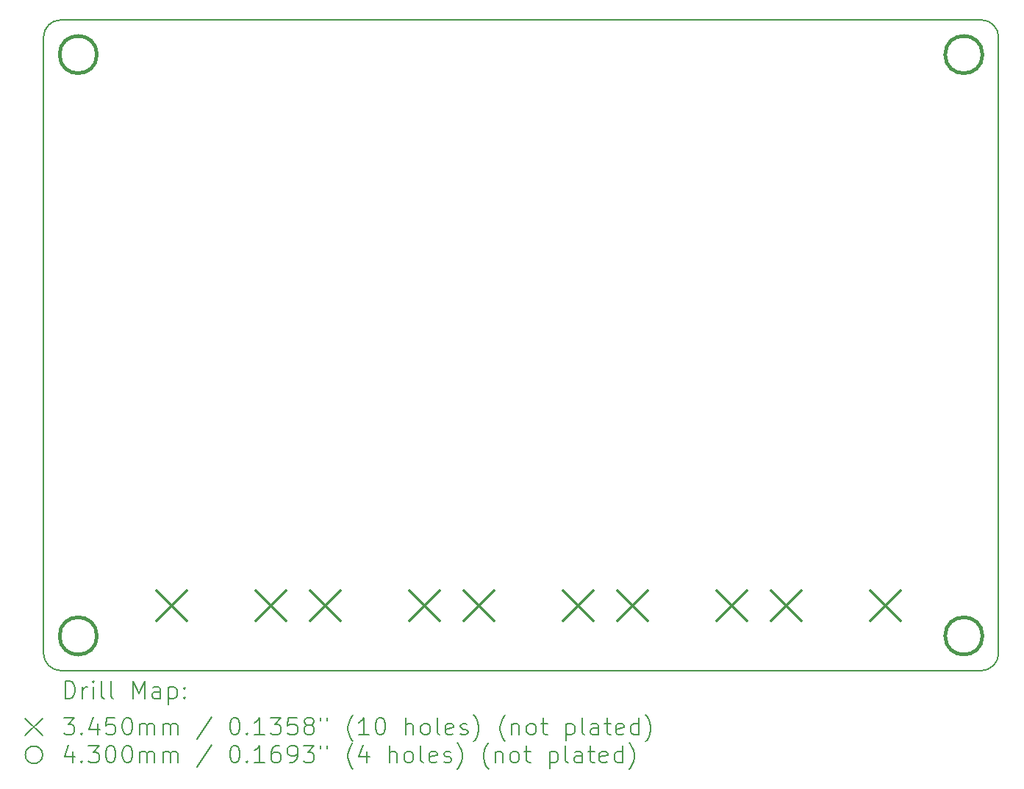
<source format=gbr>
%TF.GenerationSoftware,KiCad,Pcbnew,8.0.5+1*%
%TF.CreationDate,2024-10-17T19:28:41-04:00*%
%TF.ProjectId,mainBoard,6d61696e-426f-4617-9264-2e6b69636164,rev?*%
%TF.SameCoordinates,Original*%
%TF.FileFunction,Drillmap*%
%TF.FilePolarity,Positive*%
%FSLAX45Y45*%
G04 Gerber Fmt 4.5, Leading zero omitted, Abs format (unit mm)*
G04 Created by KiCad (PCBNEW 8.0.5+1) date 2024-10-17 19:28:41*
%MOMM*%
%LPD*%
G01*
G04 APERTURE LIST*
%ADD10C,0.200000*%
%ADD11C,0.345000*%
%ADD12C,0.430000*%
G04 APERTURE END LIST*
D10*
X12550000Y-2180000D02*
X12550000Y-9280000D01*
X1550000Y-2180000D02*
X1550000Y-9280000D01*
X1750000Y-9480000D02*
G75*
G02*
X1550000Y-9280000I0J200000D01*
G01*
X1750000Y-9480000D02*
X12350000Y-9480000D01*
X12550000Y-9280000D02*
G75*
G02*
X12350000Y-9480000I-200000J0D01*
G01*
X12350000Y-1980000D02*
G75*
G02*
X12550000Y-2180000I0J-200000D01*
G01*
X1750000Y-1980000D02*
X12350000Y-1980000D01*
X1550000Y-2180000D02*
G75*
G02*
X1750000Y-1980000I200000J0D01*
G01*
D11*
X2856500Y-8562000D02*
X3201500Y-8907000D01*
X3201500Y-8562000D02*
X2856500Y-8907000D01*
X3999500Y-8562000D02*
X4344500Y-8907000D01*
X4344500Y-8562000D02*
X3999500Y-8907000D01*
X4625000Y-8562000D02*
X4970000Y-8907000D01*
X4970000Y-8562000D02*
X4625000Y-8907000D01*
X5768000Y-8562000D02*
X6113000Y-8907000D01*
X6113000Y-8562000D02*
X5768000Y-8907000D01*
X6393500Y-8562000D02*
X6738500Y-8907000D01*
X6738500Y-8562000D02*
X6393500Y-8907000D01*
X7536500Y-8562000D02*
X7881500Y-8907000D01*
X7881500Y-8562000D02*
X7536500Y-8907000D01*
X8162000Y-8562000D02*
X8507000Y-8907000D01*
X8507000Y-8562000D02*
X8162000Y-8907000D01*
X9305000Y-8562000D02*
X9650000Y-8907000D01*
X9650000Y-8562000D02*
X9305000Y-8907000D01*
X9930500Y-8562000D02*
X10275500Y-8907000D01*
X10275500Y-8562000D02*
X9930500Y-8907000D01*
X11073500Y-8562000D02*
X11418500Y-8907000D01*
X11418500Y-8562000D02*
X11073500Y-8907000D01*
D12*
X2165000Y-2380000D02*
G75*
G02*
X1735000Y-2380000I-215000J0D01*
G01*
X1735000Y-2380000D02*
G75*
G02*
X2165000Y-2380000I215000J0D01*
G01*
X2165000Y-9080000D02*
G75*
G02*
X1735000Y-9080000I-215000J0D01*
G01*
X1735000Y-9080000D02*
G75*
G02*
X2165000Y-9080000I215000J0D01*
G01*
X12365000Y-2380000D02*
G75*
G02*
X11935000Y-2380000I-215000J0D01*
G01*
X11935000Y-2380000D02*
G75*
G02*
X12365000Y-2380000I215000J0D01*
G01*
X12365000Y-9080000D02*
G75*
G02*
X11935000Y-9080000I-215000J0D01*
G01*
X11935000Y-9080000D02*
G75*
G02*
X12365000Y-9080000I215000J0D01*
G01*
D10*
X1800777Y-9801484D02*
X1800777Y-9601484D01*
X1800777Y-9601484D02*
X1848396Y-9601484D01*
X1848396Y-9601484D02*
X1876967Y-9611008D01*
X1876967Y-9611008D02*
X1896015Y-9630055D01*
X1896015Y-9630055D02*
X1905539Y-9649103D01*
X1905539Y-9649103D02*
X1915062Y-9687198D01*
X1915062Y-9687198D02*
X1915062Y-9715770D01*
X1915062Y-9715770D02*
X1905539Y-9753865D01*
X1905539Y-9753865D02*
X1896015Y-9772912D01*
X1896015Y-9772912D02*
X1876967Y-9791960D01*
X1876967Y-9791960D02*
X1848396Y-9801484D01*
X1848396Y-9801484D02*
X1800777Y-9801484D01*
X2000777Y-9801484D02*
X2000777Y-9668151D01*
X2000777Y-9706246D02*
X2010301Y-9687198D01*
X2010301Y-9687198D02*
X2019824Y-9677674D01*
X2019824Y-9677674D02*
X2038872Y-9668151D01*
X2038872Y-9668151D02*
X2057920Y-9668151D01*
X2124586Y-9801484D02*
X2124586Y-9668151D01*
X2124586Y-9601484D02*
X2115063Y-9611008D01*
X2115063Y-9611008D02*
X2124586Y-9620532D01*
X2124586Y-9620532D02*
X2134110Y-9611008D01*
X2134110Y-9611008D02*
X2124586Y-9601484D01*
X2124586Y-9601484D02*
X2124586Y-9620532D01*
X2248396Y-9801484D02*
X2229348Y-9791960D01*
X2229348Y-9791960D02*
X2219824Y-9772912D01*
X2219824Y-9772912D02*
X2219824Y-9601484D01*
X2353158Y-9801484D02*
X2334110Y-9791960D01*
X2334110Y-9791960D02*
X2324586Y-9772912D01*
X2324586Y-9772912D02*
X2324586Y-9601484D01*
X2581729Y-9801484D02*
X2581729Y-9601484D01*
X2581729Y-9601484D02*
X2648396Y-9744341D01*
X2648396Y-9744341D02*
X2715063Y-9601484D01*
X2715063Y-9601484D02*
X2715063Y-9801484D01*
X2896015Y-9801484D02*
X2896015Y-9696722D01*
X2896015Y-9696722D02*
X2886491Y-9677674D01*
X2886491Y-9677674D02*
X2867443Y-9668151D01*
X2867443Y-9668151D02*
X2829348Y-9668151D01*
X2829348Y-9668151D02*
X2810301Y-9677674D01*
X2896015Y-9791960D02*
X2876967Y-9801484D01*
X2876967Y-9801484D02*
X2829348Y-9801484D01*
X2829348Y-9801484D02*
X2810301Y-9791960D01*
X2810301Y-9791960D02*
X2800777Y-9772912D01*
X2800777Y-9772912D02*
X2800777Y-9753865D01*
X2800777Y-9753865D02*
X2810301Y-9734817D01*
X2810301Y-9734817D02*
X2829348Y-9725293D01*
X2829348Y-9725293D02*
X2876967Y-9725293D01*
X2876967Y-9725293D02*
X2896015Y-9715770D01*
X2991253Y-9668151D02*
X2991253Y-9868151D01*
X2991253Y-9677674D02*
X3010301Y-9668151D01*
X3010301Y-9668151D02*
X3048396Y-9668151D01*
X3048396Y-9668151D02*
X3067443Y-9677674D01*
X3067443Y-9677674D02*
X3076967Y-9687198D01*
X3076967Y-9687198D02*
X3086491Y-9706246D01*
X3086491Y-9706246D02*
X3086491Y-9763389D01*
X3086491Y-9763389D02*
X3076967Y-9782436D01*
X3076967Y-9782436D02*
X3067443Y-9791960D01*
X3067443Y-9791960D02*
X3048396Y-9801484D01*
X3048396Y-9801484D02*
X3010301Y-9801484D01*
X3010301Y-9801484D02*
X2991253Y-9791960D01*
X3172205Y-9782436D02*
X3181729Y-9791960D01*
X3181729Y-9791960D02*
X3172205Y-9801484D01*
X3172205Y-9801484D02*
X3162682Y-9791960D01*
X3162682Y-9791960D02*
X3172205Y-9782436D01*
X3172205Y-9782436D02*
X3172205Y-9801484D01*
X3172205Y-9677674D02*
X3181729Y-9687198D01*
X3181729Y-9687198D02*
X3172205Y-9696722D01*
X3172205Y-9696722D02*
X3162682Y-9687198D01*
X3162682Y-9687198D02*
X3172205Y-9677674D01*
X3172205Y-9677674D02*
X3172205Y-9696722D01*
X1340000Y-10030000D02*
X1540000Y-10230000D01*
X1540000Y-10030000D02*
X1340000Y-10230000D01*
X1781729Y-10021484D02*
X1905539Y-10021484D01*
X1905539Y-10021484D02*
X1838872Y-10097674D01*
X1838872Y-10097674D02*
X1867443Y-10097674D01*
X1867443Y-10097674D02*
X1886491Y-10107198D01*
X1886491Y-10107198D02*
X1896015Y-10116722D01*
X1896015Y-10116722D02*
X1905539Y-10135770D01*
X1905539Y-10135770D02*
X1905539Y-10183389D01*
X1905539Y-10183389D02*
X1896015Y-10202436D01*
X1896015Y-10202436D02*
X1886491Y-10211960D01*
X1886491Y-10211960D02*
X1867443Y-10221484D01*
X1867443Y-10221484D02*
X1810301Y-10221484D01*
X1810301Y-10221484D02*
X1791253Y-10211960D01*
X1791253Y-10211960D02*
X1781729Y-10202436D01*
X1991253Y-10202436D02*
X2000777Y-10211960D01*
X2000777Y-10211960D02*
X1991253Y-10221484D01*
X1991253Y-10221484D02*
X1981729Y-10211960D01*
X1981729Y-10211960D02*
X1991253Y-10202436D01*
X1991253Y-10202436D02*
X1991253Y-10221484D01*
X2172205Y-10088151D02*
X2172205Y-10221484D01*
X2124586Y-10011960D02*
X2076967Y-10154817D01*
X2076967Y-10154817D02*
X2200777Y-10154817D01*
X2372205Y-10021484D02*
X2276967Y-10021484D01*
X2276967Y-10021484D02*
X2267444Y-10116722D01*
X2267444Y-10116722D02*
X2276967Y-10107198D01*
X2276967Y-10107198D02*
X2296015Y-10097674D01*
X2296015Y-10097674D02*
X2343634Y-10097674D01*
X2343634Y-10097674D02*
X2362682Y-10107198D01*
X2362682Y-10107198D02*
X2372205Y-10116722D01*
X2372205Y-10116722D02*
X2381729Y-10135770D01*
X2381729Y-10135770D02*
X2381729Y-10183389D01*
X2381729Y-10183389D02*
X2372205Y-10202436D01*
X2372205Y-10202436D02*
X2362682Y-10211960D01*
X2362682Y-10211960D02*
X2343634Y-10221484D01*
X2343634Y-10221484D02*
X2296015Y-10221484D01*
X2296015Y-10221484D02*
X2276967Y-10211960D01*
X2276967Y-10211960D02*
X2267444Y-10202436D01*
X2505539Y-10021484D02*
X2524586Y-10021484D01*
X2524586Y-10021484D02*
X2543634Y-10031008D01*
X2543634Y-10031008D02*
X2553158Y-10040532D01*
X2553158Y-10040532D02*
X2562682Y-10059579D01*
X2562682Y-10059579D02*
X2572205Y-10097674D01*
X2572205Y-10097674D02*
X2572205Y-10145293D01*
X2572205Y-10145293D02*
X2562682Y-10183389D01*
X2562682Y-10183389D02*
X2553158Y-10202436D01*
X2553158Y-10202436D02*
X2543634Y-10211960D01*
X2543634Y-10211960D02*
X2524586Y-10221484D01*
X2524586Y-10221484D02*
X2505539Y-10221484D01*
X2505539Y-10221484D02*
X2486491Y-10211960D01*
X2486491Y-10211960D02*
X2476967Y-10202436D01*
X2476967Y-10202436D02*
X2467444Y-10183389D01*
X2467444Y-10183389D02*
X2457920Y-10145293D01*
X2457920Y-10145293D02*
X2457920Y-10097674D01*
X2457920Y-10097674D02*
X2467444Y-10059579D01*
X2467444Y-10059579D02*
X2476967Y-10040532D01*
X2476967Y-10040532D02*
X2486491Y-10031008D01*
X2486491Y-10031008D02*
X2505539Y-10021484D01*
X2657920Y-10221484D02*
X2657920Y-10088151D01*
X2657920Y-10107198D02*
X2667444Y-10097674D01*
X2667444Y-10097674D02*
X2686491Y-10088151D01*
X2686491Y-10088151D02*
X2715063Y-10088151D01*
X2715063Y-10088151D02*
X2734110Y-10097674D01*
X2734110Y-10097674D02*
X2743634Y-10116722D01*
X2743634Y-10116722D02*
X2743634Y-10221484D01*
X2743634Y-10116722D02*
X2753158Y-10097674D01*
X2753158Y-10097674D02*
X2772205Y-10088151D01*
X2772205Y-10088151D02*
X2800777Y-10088151D01*
X2800777Y-10088151D02*
X2819824Y-10097674D01*
X2819824Y-10097674D02*
X2829348Y-10116722D01*
X2829348Y-10116722D02*
X2829348Y-10221484D01*
X2924586Y-10221484D02*
X2924586Y-10088151D01*
X2924586Y-10107198D02*
X2934110Y-10097674D01*
X2934110Y-10097674D02*
X2953158Y-10088151D01*
X2953158Y-10088151D02*
X2981729Y-10088151D01*
X2981729Y-10088151D02*
X3000777Y-10097674D01*
X3000777Y-10097674D02*
X3010301Y-10116722D01*
X3010301Y-10116722D02*
X3010301Y-10221484D01*
X3010301Y-10116722D02*
X3019824Y-10097674D01*
X3019824Y-10097674D02*
X3038872Y-10088151D01*
X3038872Y-10088151D02*
X3067443Y-10088151D01*
X3067443Y-10088151D02*
X3086491Y-10097674D01*
X3086491Y-10097674D02*
X3096015Y-10116722D01*
X3096015Y-10116722D02*
X3096015Y-10221484D01*
X3486491Y-10011960D02*
X3315063Y-10269103D01*
X3743634Y-10021484D02*
X3762682Y-10021484D01*
X3762682Y-10021484D02*
X3781729Y-10031008D01*
X3781729Y-10031008D02*
X3791253Y-10040532D01*
X3791253Y-10040532D02*
X3800777Y-10059579D01*
X3800777Y-10059579D02*
X3810301Y-10097674D01*
X3810301Y-10097674D02*
X3810301Y-10145293D01*
X3810301Y-10145293D02*
X3800777Y-10183389D01*
X3800777Y-10183389D02*
X3791253Y-10202436D01*
X3791253Y-10202436D02*
X3781729Y-10211960D01*
X3781729Y-10211960D02*
X3762682Y-10221484D01*
X3762682Y-10221484D02*
X3743634Y-10221484D01*
X3743634Y-10221484D02*
X3724586Y-10211960D01*
X3724586Y-10211960D02*
X3715063Y-10202436D01*
X3715063Y-10202436D02*
X3705539Y-10183389D01*
X3705539Y-10183389D02*
X3696015Y-10145293D01*
X3696015Y-10145293D02*
X3696015Y-10097674D01*
X3696015Y-10097674D02*
X3705539Y-10059579D01*
X3705539Y-10059579D02*
X3715063Y-10040532D01*
X3715063Y-10040532D02*
X3724586Y-10031008D01*
X3724586Y-10031008D02*
X3743634Y-10021484D01*
X3896015Y-10202436D02*
X3905539Y-10211960D01*
X3905539Y-10211960D02*
X3896015Y-10221484D01*
X3896015Y-10221484D02*
X3886491Y-10211960D01*
X3886491Y-10211960D02*
X3896015Y-10202436D01*
X3896015Y-10202436D02*
X3896015Y-10221484D01*
X4096015Y-10221484D02*
X3981729Y-10221484D01*
X4038872Y-10221484D02*
X4038872Y-10021484D01*
X4038872Y-10021484D02*
X4019825Y-10050055D01*
X4019825Y-10050055D02*
X4000777Y-10069103D01*
X4000777Y-10069103D02*
X3981729Y-10078627D01*
X4162682Y-10021484D02*
X4286491Y-10021484D01*
X4286491Y-10021484D02*
X4219825Y-10097674D01*
X4219825Y-10097674D02*
X4248396Y-10097674D01*
X4248396Y-10097674D02*
X4267444Y-10107198D01*
X4267444Y-10107198D02*
X4276968Y-10116722D01*
X4276968Y-10116722D02*
X4286491Y-10135770D01*
X4286491Y-10135770D02*
X4286491Y-10183389D01*
X4286491Y-10183389D02*
X4276968Y-10202436D01*
X4276968Y-10202436D02*
X4267444Y-10211960D01*
X4267444Y-10211960D02*
X4248396Y-10221484D01*
X4248396Y-10221484D02*
X4191253Y-10221484D01*
X4191253Y-10221484D02*
X4172206Y-10211960D01*
X4172206Y-10211960D02*
X4162682Y-10202436D01*
X4467444Y-10021484D02*
X4372206Y-10021484D01*
X4372206Y-10021484D02*
X4362682Y-10116722D01*
X4362682Y-10116722D02*
X4372206Y-10107198D01*
X4372206Y-10107198D02*
X4391253Y-10097674D01*
X4391253Y-10097674D02*
X4438872Y-10097674D01*
X4438872Y-10097674D02*
X4457920Y-10107198D01*
X4457920Y-10107198D02*
X4467444Y-10116722D01*
X4467444Y-10116722D02*
X4476968Y-10135770D01*
X4476968Y-10135770D02*
X4476968Y-10183389D01*
X4476968Y-10183389D02*
X4467444Y-10202436D01*
X4467444Y-10202436D02*
X4457920Y-10211960D01*
X4457920Y-10211960D02*
X4438872Y-10221484D01*
X4438872Y-10221484D02*
X4391253Y-10221484D01*
X4391253Y-10221484D02*
X4372206Y-10211960D01*
X4372206Y-10211960D02*
X4362682Y-10202436D01*
X4591253Y-10107198D02*
X4572206Y-10097674D01*
X4572206Y-10097674D02*
X4562682Y-10088151D01*
X4562682Y-10088151D02*
X4553158Y-10069103D01*
X4553158Y-10069103D02*
X4553158Y-10059579D01*
X4553158Y-10059579D02*
X4562682Y-10040532D01*
X4562682Y-10040532D02*
X4572206Y-10031008D01*
X4572206Y-10031008D02*
X4591253Y-10021484D01*
X4591253Y-10021484D02*
X4629349Y-10021484D01*
X4629349Y-10021484D02*
X4648396Y-10031008D01*
X4648396Y-10031008D02*
X4657920Y-10040532D01*
X4657920Y-10040532D02*
X4667444Y-10059579D01*
X4667444Y-10059579D02*
X4667444Y-10069103D01*
X4667444Y-10069103D02*
X4657920Y-10088151D01*
X4657920Y-10088151D02*
X4648396Y-10097674D01*
X4648396Y-10097674D02*
X4629349Y-10107198D01*
X4629349Y-10107198D02*
X4591253Y-10107198D01*
X4591253Y-10107198D02*
X4572206Y-10116722D01*
X4572206Y-10116722D02*
X4562682Y-10126246D01*
X4562682Y-10126246D02*
X4553158Y-10145293D01*
X4553158Y-10145293D02*
X4553158Y-10183389D01*
X4553158Y-10183389D02*
X4562682Y-10202436D01*
X4562682Y-10202436D02*
X4572206Y-10211960D01*
X4572206Y-10211960D02*
X4591253Y-10221484D01*
X4591253Y-10221484D02*
X4629349Y-10221484D01*
X4629349Y-10221484D02*
X4648396Y-10211960D01*
X4648396Y-10211960D02*
X4657920Y-10202436D01*
X4657920Y-10202436D02*
X4667444Y-10183389D01*
X4667444Y-10183389D02*
X4667444Y-10145293D01*
X4667444Y-10145293D02*
X4657920Y-10126246D01*
X4657920Y-10126246D02*
X4648396Y-10116722D01*
X4648396Y-10116722D02*
X4629349Y-10107198D01*
X4743634Y-10021484D02*
X4743634Y-10059579D01*
X4819825Y-10021484D02*
X4819825Y-10059579D01*
X5115063Y-10297674D02*
X5105539Y-10288151D01*
X5105539Y-10288151D02*
X5086491Y-10259579D01*
X5086491Y-10259579D02*
X5076968Y-10240532D01*
X5076968Y-10240532D02*
X5067444Y-10211960D01*
X5067444Y-10211960D02*
X5057920Y-10164341D01*
X5057920Y-10164341D02*
X5057920Y-10126246D01*
X5057920Y-10126246D02*
X5067444Y-10078627D01*
X5067444Y-10078627D02*
X5076968Y-10050055D01*
X5076968Y-10050055D02*
X5086491Y-10031008D01*
X5086491Y-10031008D02*
X5105539Y-10002436D01*
X5105539Y-10002436D02*
X5115063Y-9992912D01*
X5296015Y-10221484D02*
X5181730Y-10221484D01*
X5238872Y-10221484D02*
X5238872Y-10021484D01*
X5238872Y-10021484D02*
X5219825Y-10050055D01*
X5219825Y-10050055D02*
X5200777Y-10069103D01*
X5200777Y-10069103D02*
X5181730Y-10078627D01*
X5419825Y-10021484D02*
X5438872Y-10021484D01*
X5438872Y-10021484D02*
X5457920Y-10031008D01*
X5457920Y-10031008D02*
X5467444Y-10040532D01*
X5467444Y-10040532D02*
X5476968Y-10059579D01*
X5476968Y-10059579D02*
X5486491Y-10097674D01*
X5486491Y-10097674D02*
X5486491Y-10145293D01*
X5486491Y-10145293D02*
X5476968Y-10183389D01*
X5476968Y-10183389D02*
X5467444Y-10202436D01*
X5467444Y-10202436D02*
X5457920Y-10211960D01*
X5457920Y-10211960D02*
X5438872Y-10221484D01*
X5438872Y-10221484D02*
X5419825Y-10221484D01*
X5419825Y-10221484D02*
X5400777Y-10211960D01*
X5400777Y-10211960D02*
X5391253Y-10202436D01*
X5391253Y-10202436D02*
X5381730Y-10183389D01*
X5381730Y-10183389D02*
X5372206Y-10145293D01*
X5372206Y-10145293D02*
X5372206Y-10097674D01*
X5372206Y-10097674D02*
X5381730Y-10059579D01*
X5381730Y-10059579D02*
X5391253Y-10040532D01*
X5391253Y-10040532D02*
X5400777Y-10031008D01*
X5400777Y-10031008D02*
X5419825Y-10021484D01*
X5724587Y-10221484D02*
X5724587Y-10021484D01*
X5810301Y-10221484D02*
X5810301Y-10116722D01*
X5810301Y-10116722D02*
X5800777Y-10097674D01*
X5800777Y-10097674D02*
X5781730Y-10088151D01*
X5781730Y-10088151D02*
X5753158Y-10088151D01*
X5753158Y-10088151D02*
X5734110Y-10097674D01*
X5734110Y-10097674D02*
X5724587Y-10107198D01*
X5934110Y-10221484D02*
X5915063Y-10211960D01*
X5915063Y-10211960D02*
X5905539Y-10202436D01*
X5905539Y-10202436D02*
X5896015Y-10183389D01*
X5896015Y-10183389D02*
X5896015Y-10126246D01*
X5896015Y-10126246D02*
X5905539Y-10107198D01*
X5905539Y-10107198D02*
X5915063Y-10097674D01*
X5915063Y-10097674D02*
X5934110Y-10088151D01*
X5934110Y-10088151D02*
X5962682Y-10088151D01*
X5962682Y-10088151D02*
X5981730Y-10097674D01*
X5981730Y-10097674D02*
X5991253Y-10107198D01*
X5991253Y-10107198D02*
X6000777Y-10126246D01*
X6000777Y-10126246D02*
X6000777Y-10183389D01*
X6000777Y-10183389D02*
X5991253Y-10202436D01*
X5991253Y-10202436D02*
X5981730Y-10211960D01*
X5981730Y-10211960D02*
X5962682Y-10221484D01*
X5962682Y-10221484D02*
X5934110Y-10221484D01*
X6115063Y-10221484D02*
X6096015Y-10211960D01*
X6096015Y-10211960D02*
X6086491Y-10192912D01*
X6086491Y-10192912D02*
X6086491Y-10021484D01*
X6267444Y-10211960D02*
X6248396Y-10221484D01*
X6248396Y-10221484D02*
X6210301Y-10221484D01*
X6210301Y-10221484D02*
X6191253Y-10211960D01*
X6191253Y-10211960D02*
X6181730Y-10192912D01*
X6181730Y-10192912D02*
X6181730Y-10116722D01*
X6181730Y-10116722D02*
X6191253Y-10097674D01*
X6191253Y-10097674D02*
X6210301Y-10088151D01*
X6210301Y-10088151D02*
X6248396Y-10088151D01*
X6248396Y-10088151D02*
X6267444Y-10097674D01*
X6267444Y-10097674D02*
X6276968Y-10116722D01*
X6276968Y-10116722D02*
X6276968Y-10135770D01*
X6276968Y-10135770D02*
X6181730Y-10154817D01*
X6353158Y-10211960D02*
X6372206Y-10221484D01*
X6372206Y-10221484D02*
X6410301Y-10221484D01*
X6410301Y-10221484D02*
X6429349Y-10211960D01*
X6429349Y-10211960D02*
X6438872Y-10192912D01*
X6438872Y-10192912D02*
X6438872Y-10183389D01*
X6438872Y-10183389D02*
X6429349Y-10164341D01*
X6429349Y-10164341D02*
X6410301Y-10154817D01*
X6410301Y-10154817D02*
X6381730Y-10154817D01*
X6381730Y-10154817D02*
X6362682Y-10145293D01*
X6362682Y-10145293D02*
X6353158Y-10126246D01*
X6353158Y-10126246D02*
X6353158Y-10116722D01*
X6353158Y-10116722D02*
X6362682Y-10097674D01*
X6362682Y-10097674D02*
X6381730Y-10088151D01*
X6381730Y-10088151D02*
X6410301Y-10088151D01*
X6410301Y-10088151D02*
X6429349Y-10097674D01*
X6505539Y-10297674D02*
X6515063Y-10288151D01*
X6515063Y-10288151D02*
X6534111Y-10259579D01*
X6534111Y-10259579D02*
X6543634Y-10240532D01*
X6543634Y-10240532D02*
X6553158Y-10211960D01*
X6553158Y-10211960D02*
X6562682Y-10164341D01*
X6562682Y-10164341D02*
X6562682Y-10126246D01*
X6562682Y-10126246D02*
X6553158Y-10078627D01*
X6553158Y-10078627D02*
X6543634Y-10050055D01*
X6543634Y-10050055D02*
X6534111Y-10031008D01*
X6534111Y-10031008D02*
X6515063Y-10002436D01*
X6515063Y-10002436D02*
X6505539Y-9992912D01*
X6867444Y-10297674D02*
X6857920Y-10288151D01*
X6857920Y-10288151D02*
X6838872Y-10259579D01*
X6838872Y-10259579D02*
X6829349Y-10240532D01*
X6829349Y-10240532D02*
X6819825Y-10211960D01*
X6819825Y-10211960D02*
X6810301Y-10164341D01*
X6810301Y-10164341D02*
X6810301Y-10126246D01*
X6810301Y-10126246D02*
X6819825Y-10078627D01*
X6819825Y-10078627D02*
X6829349Y-10050055D01*
X6829349Y-10050055D02*
X6838872Y-10031008D01*
X6838872Y-10031008D02*
X6857920Y-10002436D01*
X6857920Y-10002436D02*
X6867444Y-9992912D01*
X6943634Y-10088151D02*
X6943634Y-10221484D01*
X6943634Y-10107198D02*
X6953158Y-10097674D01*
X6953158Y-10097674D02*
X6972206Y-10088151D01*
X6972206Y-10088151D02*
X7000777Y-10088151D01*
X7000777Y-10088151D02*
X7019825Y-10097674D01*
X7019825Y-10097674D02*
X7029349Y-10116722D01*
X7029349Y-10116722D02*
X7029349Y-10221484D01*
X7153158Y-10221484D02*
X7134111Y-10211960D01*
X7134111Y-10211960D02*
X7124587Y-10202436D01*
X7124587Y-10202436D02*
X7115063Y-10183389D01*
X7115063Y-10183389D02*
X7115063Y-10126246D01*
X7115063Y-10126246D02*
X7124587Y-10107198D01*
X7124587Y-10107198D02*
X7134111Y-10097674D01*
X7134111Y-10097674D02*
X7153158Y-10088151D01*
X7153158Y-10088151D02*
X7181730Y-10088151D01*
X7181730Y-10088151D02*
X7200777Y-10097674D01*
X7200777Y-10097674D02*
X7210301Y-10107198D01*
X7210301Y-10107198D02*
X7219825Y-10126246D01*
X7219825Y-10126246D02*
X7219825Y-10183389D01*
X7219825Y-10183389D02*
X7210301Y-10202436D01*
X7210301Y-10202436D02*
X7200777Y-10211960D01*
X7200777Y-10211960D02*
X7181730Y-10221484D01*
X7181730Y-10221484D02*
X7153158Y-10221484D01*
X7276968Y-10088151D02*
X7353158Y-10088151D01*
X7305539Y-10021484D02*
X7305539Y-10192912D01*
X7305539Y-10192912D02*
X7315063Y-10211960D01*
X7315063Y-10211960D02*
X7334111Y-10221484D01*
X7334111Y-10221484D02*
X7353158Y-10221484D01*
X7572206Y-10088151D02*
X7572206Y-10288151D01*
X7572206Y-10097674D02*
X7591253Y-10088151D01*
X7591253Y-10088151D02*
X7629349Y-10088151D01*
X7629349Y-10088151D02*
X7648396Y-10097674D01*
X7648396Y-10097674D02*
X7657920Y-10107198D01*
X7657920Y-10107198D02*
X7667444Y-10126246D01*
X7667444Y-10126246D02*
X7667444Y-10183389D01*
X7667444Y-10183389D02*
X7657920Y-10202436D01*
X7657920Y-10202436D02*
X7648396Y-10211960D01*
X7648396Y-10211960D02*
X7629349Y-10221484D01*
X7629349Y-10221484D02*
X7591253Y-10221484D01*
X7591253Y-10221484D02*
X7572206Y-10211960D01*
X7781730Y-10221484D02*
X7762682Y-10211960D01*
X7762682Y-10211960D02*
X7753158Y-10192912D01*
X7753158Y-10192912D02*
X7753158Y-10021484D01*
X7943634Y-10221484D02*
X7943634Y-10116722D01*
X7943634Y-10116722D02*
X7934111Y-10097674D01*
X7934111Y-10097674D02*
X7915063Y-10088151D01*
X7915063Y-10088151D02*
X7876968Y-10088151D01*
X7876968Y-10088151D02*
X7857920Y-10097674D01*
X7943634Y-10211960D02*
X7924587Y-10221484D01*
X7924587Y-10221484D02*
X7876968Y-10221484D01*
X7876968Y-10221484D02*
X7857920Y-10211960D01*
X7857920Y-10211960D02*
X7848396Y-10192912D01*
X7848396Y-10192912D02*
X7848396Y-10173865D01*
X7848396Y-10173865D02*
X7857920Y-10154817D01*
X7857920Y-10154817D02*
X7876968Y-10145293D01*
X7876968Y-10145293D02*
X7924587Y-10145293D01*
X7924587Y-10145293D02*
X7943634Y-10135770D01*
X8010301Y-10088151D02*
X8086492Y-10088151D01*
X8038873Y-10021484D02*
X8038873Y-10192912D01*
X8038873Y-10192912D02*
X8048396Y-10211960D01*
X8048396Y-10211960D02*
X8067444Y-10221484D01*
X8067444Y-10221484D02*
X8086492Y-10221484D01*
X8229349Y-10211960D02*
X8210301Y-10221484D01*
X8210301Y-10221484D02*
X8172206Y-10221484D01*
X8172206Y-10221484D02*
X8153158Y-10211960D01*
X8153158Y-10211960D02*
X8143634Y-10192912D01*
X8143634Y-10192912D02*
X8143634Y-10116722D01*
X8143634Y-10116722D02*
X8153158Y-10097674D01*
X8153158Y-10097674D02*
X8172206Y-10088151D01*
X8172206Y-10088151D02*
X8210301Y-10088151D01*
X8210301Y-10088151D02*
X8229349Y-10097674D01*
X8229349Y-10097674D02*
X8238873Y-10116722D01*
X8238873Y-10116722D02*
X8238873Y-10135770D01*
X8238873Y-10135770D02*
X8143634Y-10154817D01*
X8410301Y-10221484D02*
X8410301Y-10021484D01*
X8410301Y-10211960D02*
X8391254Y-10221484D01*
X8391254Y-10221484D02*
X8353158Y-10221484D01*
X8353158Y-10221484D02*
X8334111Y-10211960D01*
X8334111Y-10211960D02*
X8324587Y-10202436D01*
X8324587Y-10202436D02*
X8315063Y-10183389D01*
X8315063Y-10183389D02*
X8315063Y-10126246D01*
X8315063Y-10126246D02*
X8324587Y-10107198D01*
X8324587Y-10107198D02*
X8334111Y-10097674D01*
X8334111Y-10097674D02*
X8353158Y-10088151D01*
X8353158Y-10088151D02*
X8391254Y-10088151D01*
X8391254Y-10088151D02*
X8410301Y-10097674D01*
X8486492Y-10297674D02*
X8496016Y-10288151D01*
X8496016Y-10288151D02*
X8515063Y-10259579D01*
X8515063Y-10259579D02*
X8524587Y-10240532D01*
X8524587Y-10240532D02*
X8534111Y-10211960D01*
X8534111Y-10211960D02*
X8543635Y-10164341D01*
X8543635Y-10164341D02*
X8543635Y-10126246D01*
X8543635Y-10126246D02*
X8534111Y-10078627D01*
X8534111Y-10078627D02*
X8524587Y-10050055D01*
X8524587Y-10050055D02*
X8515063Y-10031008D01*
X8515063Y-10031008D02*
X8496016Y-10002436D01*
X8496016Y-10002436D02*
X8486492Y-9992912D01*
X1540000Y-10450000D02*
G75*
G02*
X1340000Y-10450000I-100000J0D01*
G01*
X1340000Y-10450000D02*
G75*
G02*
X1540000Y-10450000I100000J0D01*
G01*
X1886491Y-10408151D02*
X1886491Y-10541484D01*
X1838872Y-10331960D02*
X1791253Y-10474817D01*
X1791253Y-10474817D02*
X1915062Y-10474817D01*
X1991253Y-10522436D02*
X2000777Y-10531960D01*
X2000777Y-10531960D02*
X1991253Y-10541484D01*
X1991253Y-10541484D02*
X1981729Y-10531960D01*
X1981729Y-10531960D02*
X1991253Y-10522436D01*
X1991253Y-10522436D02*
X1991253Y-10541484D01*
X2067443Y-10341484D02*
X2191253Y-10341484D01*
X2191253Y-10341484D02*
X2124586Y-10417674D01*
X2124586Y-10417674D02*
X2153158Y-10417674D01*
X2153158Y-10417674D02*
X2172205Y-10427198D01*
X2172205Y-10427198D02*
X2181729Y-10436722D01*
X2181729Y-10436722D02*
X2191253Y-10455770D01*
X2191253Y-10455770D02*
X2191253Y-10503389D01*
X2191253Y-10503389D02*
X2181729Y-10522436D01*
X2181729Y-10522436D02*
X2172205Y-10531960D01*
X2172205Y-10531960D02*
X2153158Y-10541484D01*
X2153158Y-10541484D02*
X2096015Y-10541484D01*
X2096015Y-10541484D02*
X2076967Y-10531960D01*
X2076967Y-10531960D02*
X2067443Y-10522436D01*
X2315063Y-10341484D02*
X2334110Y-10341484D01*
X2334110Y-10341484D02*
X2353158Y-10351008D01*
X2353158Y-10351008D02*
X2362682Y-10360532D01*
X2362682Y-10360532D02*
X2372205Y-10379579D01*
X2372205Y-10379579D02*
X2381729Y-10417674D01*
X2381729Y-10417674D02*
X2381729Y-10465293D01*
X2381729Y-10465293D02*
X2372205Y-10503389D01*
X2372205Y-10503389D02*
X2362682Y-10522436D01*
X2362682Y-10522436D02*
X2353158Y-10531960D01*
X2353158Y-10531960D02*
X2334110Y-10541484D01*
X2334110Y-10541484D02*
X2315063Y-10541484D01*
X2315063Y-10541484D02*
X2296015Y-10531960D01*
X2296015Y-10531960D02*
X2286491Y-10522436D01*
X2286491Y-10522436D02*
X2276967Y-10503389D01*
X2276967Y-10503389D02*
X2267444Y-10465293D01*
X2267444Y-10465293D02*
X2267444Y-10417674D01*
X2267444Y-10417674D02*
X2276967Y-10379579D01*
X2276967Y-10379579D02*
X2286491Y-10360532D01*
X2286491Y-10360532D02*
X2296015Y-10351008D01*
X2296015Y-10351008D02*
X2315063Y-10341484D01*
X2505539Y-10341484D02*
X2524586Y-10341484D01*
X2524586Y-10341484D02*
X2543634Y-10351008D01*
X2543634Y-10351008D02*
X2553158Y-10360532D01*
X2553158Y-10360532D02*
X2562682Y-10379579D01*
X2562682Y-10379579D02*
X2572205Y-10417674D01*
X2572205Y-10417674D02*
X2572205Y-10465293D01*
X2572205Y-10465293D02*
X2562682Y-10503389D01*
X2562682Y-10503389D02*
X2553158Y-10522436D01*
X2553158Y-10522436D02*
X2543634Y-10531960D01*
X2543634Y-10531960D02*
X2524586Y-10541484D01*
X2524586Y-10541484D02*
X2505539Y-10541484D01*
X2505539Y-10541484D02*
X2486491Y-10531960D01*
X2486491Y-10531960D02*
X2476967Y-10522436D01*
X2476967Y-10522436D02*
X2467444Y-10503389D01*
X2467444Y-10503389D02*
X2457920Y-10465293D01*
X2457920Y-10465293D02*
X2457920Y-10417674D01*
X2457920Y-10417674D02*
X2467444Y-10379579D01*
X2467444Y-10379579D02*
X2476967Y-10360532D01*
X2476967Y-10360532D02*
X2486491Y-10351008D01*
X2486491Y-10351008D02*
X2505539Y-10341484D01*
X2657920Y-10541484D02*
X2657920Y-10408151D01*
X2657920Y-10427198D02*
X2667444Y-10417674D01*
X2667444Y-10417674D02*
X2686491Y-10408151D01*
X2686491Y-10408151D02*
X2715063Y-10408151D01*
X2715063Y-10408151D02*
X2734110Y-10417674D01*
X2734110Y-10417674D02*
X2743634Y-10436722D01*
X2743634Y-10436722D02*
X2743634Y-10541484D01*
X2743634Y-10436722D02*
X2753158Y-10417674D01*
X2753158Y-10417674D02*
X2772205Y-10408151D01*
X2772205Y-10408151D02*
X2800777Y-10408151D01*
X2800777Y-10408151D02*
X2819824Y-10417674D01*
X2819824Y-10417674D02*
X2829348Y-10436722D01*
X2829348Y-10436722D02*
X2829348Y-10541484D01*
X2924586Y-10541484D02*
X2924586Y-10408151D01*
X2924586Y-10427198D02*
X2934110Y-10417674D01*
X2934110Y-10417674D02*
X2953158Y-10408151D01*
X2953158Y-10408151D02*
X2981729Y-10408151D01*
X2981729Y-10408151D02*
X3000777Y-10417674D01*
X3000777Y-10417674D02*
X3010301Y-10436722D01*
X3010301Y-10436722D02*
X3010301Y-10541484D01*
X3010301Y-10436722D02*
X3019824Y-10417674D01*
X3019824Y-10417674D02*
X3038872Y-10408151D01*
X3038872Y-10408151D02*
X3067443Y-10408151D01*
X3067443Y-10408151D02*
X3086491Y-10417674D01*
X3086491Y-10417674D02*
X3096015Y-10436722D01*
X3096015Y-10436722D02*
X3096015Y-10541484D01*
X3486491Y-10331960D02*
X3315063Y-10589103D01*
X3743634Y-10341484D02*
X3762682Y-10341484D01*
X3762682Y-10341484D02*
X3781729Y-10351008D01*
X3781729Y-10351008D02*
X3791253Y-10360532D01*
X3791253Y-10360532D02*
X3800777Y-10379579D01*
X3800777Y-10379579D02*
X3810301Y-10417674D01*
X3810301Y-10417674D02*
X3810301Y-10465293D01*
X3810301Y-10465293D02*
X3800777Y-10503389D01*
X3800777Y-10503389D02*
X3791253Y-10522436D01*
X3791253Y-10522436D02*
X3781729Y-10531960D01*
X3781729Y-10531960D02*
X3762682Y-10541484D01*
X3762682Y-10541484D02*
X3743634Y-10541484D01*
X3743634Y-10541484D02*
X3724586Y-10531960D01*
X3724586Y-10531960D02*
X3715063Y-10522436D01*
X3715063Y-10522436D02*
X3705539Y-10503389D01*
X3705539Y-10503389D02*
X3696015Y-10465293D01*
X3696015Y-10465293D02*
X3696015Y-10417674D01*
X3696015Y-10417674D02*
X3705539Y-10379579D01*
X3705539Y-10379579D02*
X3715063Y-10360532D01*
X3715063Y-10360532D02*
X3724586Y-10351008D01*
X3724586Y-10351008D02*
X3743634Y-10341484D01*
X3896015Y-10522436D02*
X3905539Y-10531960D01*
X3905539Y-10531960D02*
X3896015Y-10541484D01*
X3896015Y-10541484D02*
X3886491Y-10531960D01*
X3886491Y-10531960D02*
X3896015Y-10522436D01*
X3896015Y-10522436D02*
X3896015Y-10541484D01*
X4096015Y-10541484D02*
X3981729Y-10541484D01*
X4038872Y-10541484D02*
X4038872Y-10341484D01*
X4038872Y-10341484D02*
X4019825Y-10370055D01*
X4019825Y-10370055D02*
X4000777Y-10389103D01*
X4000777Y-10389103D02*
X3981729Y-10398627D01*
X4267444Y-10341484D02*
X4229348Y-10341484D01*
X4229348Y-10341484D02*
X4210301Y-10351008D01*
X4210301Y-10351008D02*
X4200777Y-10360532D01*
X4200777Y-10360532D02*
X4181729Y-10389103D01*
X4181729Y-10389103D02*
X4172206Y-10427198D01*
X4172206Y-10427198D02*
X4172206Y-10503389D01*
X4172206Y-10503389D02*
X4181729Y-10522436D01*
X4181729Y-10522436D02*
X4191253Y-10531960D01*
X4191253Y-10531960D02*
X4210301Y-10541484D01*
X4210301Y-10541484D02*
X4248396Y-10541484D01*
X4248396Y-10541484D02*
X4267444Y-10531960D01*
X4267444Y-10531960D02*
X4276968Y-10522436D01*
X4276968Y-10522436D02*
X4286491Y-10503389D01*
X4286491Y-10503389D02*
X4286491Y-10455770D01*
X4286491Y-10455770D02*
X4276968Y-10436722D01*
X4276968Y-10436722D02*
X4267444Y-10427198D01*
X4267444Y-10427198D02*
X4248396Y-10417674D01*
X4248396Y-10417674D02*
X4210301Y-10417674D01*
X4210301Y-10417674D02*
X4191253Y-10427198D01*
X4191253Y-10427198D02*
X4181729Y-10436722D01*
X4181729Y-10436722D02*
X4172206Y-10455770D01*
X4381729Y-10541484D02*
X4419825Y-10541484D01*
X4419825Y-10541484D02*
X4438872Y-10531960D01*
X4438872Y-10531960D02*
X4448396Y-10522436D01*
X4448396Y-10522436D02*
X4467444Y-10493865D01*
X4467444Y-10493865D02*
X4476968Y-10455770D01*
X4476968Y-10455770D02*
X4476968Y-10379579D01*
X4476968Y-10379579D02*
X4467444Y-10360532D01*
X4467444Y-10360532D02*
X4457920Y-10351008D01*
X4457920Y-10351008D02*
X4438872Y-10341484D01*
X4438872Y-10341484D02*
X4400777Y-10341484D01*
X4400777Y-10341484D02*
X4381729Y-10351008D01*
X4381729Y-10351008D02*
X4372206Y-10360532D01*
X4372206Y-10360532D02*
X4362682Y-10379579D01*
X4362682Y-10379579D02*
X4362682Y-10427198D01*
X4362682Y-10427198D02*
X4372206Y-10446246D01*
X4372206Y-10446246D02*
X4381729Y-10455770D01*
X4381729Y-10455770D02*
X4400777Y-10465293D01*
X4400777Y-10465293D02*
X4438872Y-10465293D01*
X4438872Y-10465293D02*
X4457920Y-10455770D01*
X4457920Y-10455770D02*
X4467444Y-10446246D01*
X4467444Y-10446246D02*
X4476968Y-10427198D01*
X4543634Y-10341484D02*
X4667444Y-10341484D01*
X4667444Y-10341484D02*
X4600777Y-10417674D01*
X4600777Y-10417674D02*
X4629349Y-10417674D01*
X4629349Y-10417674D02*
X4648396Y-10427198D01*
X4648396Y-10427198D02*
X4657920Y-10436722D01*
X4657920Y-10436722D02*
X4667444Y-10455770D01*
X4667444Y-10455770D02*
X4667444Y-10503389D01*
X4667444Y-10503389D02*
X4657920Y-10522436D01*
X4657920Y-10522436D02*
X4648396Y-10531960D01*
X4648396Y-10531960D02*
X4629349Y-10541484D01*
X4629349Y-10541484D02*
X4572206Y-10541484D01*
X4572206Y-10541484D02*
X4553158Y-10531960D01*
X4553158Y-10531960D02*
X4543634Y-10522436D01*
X4743634Y-10341484D02*
X4743634Y-10379579D01*
X4819825Y-10341484D02*
X4819825Y-10379579D01*
X5115063Y-10617674D02*
X5105539Y-10608151D01*
X5105539Y-10608151D02*
X5086491Y-10579579D01*
X5086491Y-10579579D02*
X5076968Y-10560532D01*
X5076968Y-10560532D02*
X5067444Y-10531960D01*
X5067444Y-10531960D02*
X5057920Y-10484341D01*
X5057920Y-10484341D02*
X5057920Y-10446246D01*
X5057920Y-10446246D02*
X5067444Y-10398627D01*
X5067444Y-10398627D02*
X5076968Y-10370055D01*
X5076968Y-10370055D02*
X5086491Y-10351008D01*
X5086491Y-10351008D02*
X5105539Y-10322436D01*
X5105539Y-10322436D02*
X5115063Y-10312912D01*
X5276968Y-10408151D02*
X5276968Y-10541484D01*
X5229349Y-10331960D02*
X5181730Y-10474817D01*
X5181730Y-10474817D02*
X5305539Y-10474817D01*
X5534111Y-10541484D02*
X5534111Y-10341484D01*
X5619825Y-10541484D02*
X5619825Y-10436722D01*
X5619825Y-10436722D02*
X5610301Y-10417674D01*
X5610301Y-10417674D02*
X5591253Y-10408151D01*
X5591253Y-10408151D02*
X5562682Y-10408151D01*
X5562682Y-10408151D02*
X5543634Y-10417674D01*
X5543634Y-10417674D02*
X5534111Y-10427198D01*
X5743634Y-10541484D02*
X5724587Y-10531960D01*
X5724587Y-10531960D02*
X5715063Y-10522436D01*
X5715063Y-10522436D02*
X5705539Y-10503389D01*
X5705539Y-10503389D02*
X5705539Y-10446246D01*
X5705539Y-10446246D02*
X5715063Y-10427198D01*
X5715063Y-10427198D02*
X5724587Y-10417674D01*
X5724587Y-10417674D02*
X5743634Y-10408151D01*
X5743634Y-10408151D02*
X5772206Y-10408151D01*
X5772206Y-10408151D02*
X5791253Y-10417674D01*
X5791253Y-10417674D02*
X5800777Y-10427198D01*
X5800777Y-10427198D02*
X5810301Y-10446246D01*
X5810301Y-10446246D02*
X5810301Y-10503389D01*
X5810301Y-10503389D02*
X5800777Y-10522436D01*
X5800777Y-10522436D02*
X5791253Y-10531960D01*
X5791253Y-10531960D02*
X5772206Y-10541484D01*
X5772206Y-10541484D02*
X5743634Y-10541484D01*
X5924587Y-10541484D02*
X5905539Y-10531960D01*
X5905539Y-10531960D02*
X5896015Y-10512912D01*
X5896015Y-10512912D02*
X5896015Y-10341484D01*
X6076968Y-10531960D02*
X6057920Y-10541484D01*
X6057920Y-10541484D02*
X6019825Y-10541484D01*
X6019825Y-10541484D02*
X6000777Y-10531960D01*
X6000777Y-10531960D02*
X5991253Y-10512912D01*
X5991253Y-10512912D02*
X5991253Y-10436722D01*
X5991253Y-10436722D02*
X6000777Y-10417674D01*
X6000777Y-10417674D02*
X6019825Y-10408151D01*
X6019825Y-10408151D02*
X6057920Y-10408151D01*
X6057920Y-10408151D02*
X6076968Y-10417674D01*
X6076968Y-10417674D02*
X6086491Y-10436722D01*
X6086491Y-10436722D02*
X6086491Y-10455770D01*
X6086491Y-10455770D02*
X5991253Y-10474817D01*
X6162682Y-10531960D02*
X6181730Y-10541484D01*
X6181730Y-10541484D02*
X6219825Y-10541484D01*
X6219825Y-10541484D02*
X6238872Y-10531960D01*
X6238872Y-10531960D02*
X6248396Y-10512912D01*
X6248396Y-10512912D02*
X6248396Y-10503389D01*
X6248396Y-10503389D02*
X6238872Y-10484341D01*
X6238872Y-10484341D02*
X6219825Y-10474817D01*
X6219825Y-10474817D02*
X6191253Y-10474817D01*
X6191253Y-10474817D02*
X6172206Y-10465293D01*
X6172206Y-10465293D02*
X6162682Y-10446246D01*
X6162682Y-10446246D02*
X6162682Y-10436722D01*
X6162682Y-10436722D02*
X6172206Y-10417674D01*
X6172206Y-10417674D02*
X6191253Y-10408151D01*
X6191253Y-10408151D02*
X6219825Y-10408151D01*
X6219825Y-10408151D02*
X6238872Y-10417674D01*
X6315063Y-10617674D02*
X6324587Y-10608151D01*
X6324587Y-10608151D02*
X6343634Y-10579579D01*
X6343634Y-10579579D02*
X6353158Y-10560532D01*
X6353158Y-10560532D02*
X6362682Y-10531960D01*
X6362682Y-10531960D02*
X6372206Y-10484341D01*
X6372206Y-10484341D02*
X6372206Y-10446246D01*
X6372206Y-10446246D02*
X6362682Y-10398627D01*
X6362682Y-10398627D02*
X6353158Y-10370055D01*
X6353158Y-10370055D02*
X6343634Y-10351008D01*
X6343634Y-10351008D02*
X6324587Y-10322436D01*
X6324587Y-10322436D02*
X6315063Y-10312912D01*
X6676968Y-10617674D02*
X6667444Y-10608151D01*
X6667444Y-10608151D02*
X6648396Y-10579579D01*
X6648396Y-10579579D02*
X6638872Y-10560532D01*
X6638872Y-10560532D02*
X6629349Y-10531960D01*
X6629349Y-10531960D02*
X6619825Y-10484341D01*
X6619825Y-10484341D02*
X6619825Y-10446246D01*
X6619825Y-10446246D02*
X6629349Y-10398627D01*
X6629349Y-10398627D02*
X6638872Y-10370055D01*
X6638872Y-10370055D02*
X6648396Y-10351008D01*
X6648396Y-10351008D02*
X6667444Y-10322436D01*
X6667444Y-10322436D02*
X6676968Y-10312912D01*
X6753158Y-10408151D02*
X6753158Y-10541484D01*
X6753158Y-10427198D02*
X6762682Y-10417674D01*
X6762682Y-10417674D02*
X6781730Y-10408151D01*
X6781730Y-10408151D02*
X6810301Y-10408151D01*
X6810301Y-10408151D02*
X6829349Y-10417674D01*
X6829349Y-10417674D02*
X6838872Y-10436722D01*
X6838872Y-10436722D02*
X6838872Y-10541484D01*
X6962682Y-10541484D02*
X6943634Y-10531960D01*
X6943634Y-10531960D02*
X6934111Y-10522436D01*
X6934111Y-10522436D02*
X6924587Y-10503389D01*
X6924587Y-10503389D02*
X6924587Y-10446246D01*
X6924587Y-10446246D02*
X6934111Y-10427198D01*
X6934111Y-10427198D02*
X6943634Y-10417674D01*
X6943634Y-10417674D02*
X6962682Y-10408151D01*
X6962682Y-10408151D02*
X6991253Y-10408151D01*
X6991253Y-10408151D02*
X7010301Y-10417674D01*
X7010301Y-10417674D02*
X7019825Y-10427198D01*
X7019825Y-10427198D02*
X7029349Y-10446246D01*
X7029349Y-10446246D02*
X7029349Y-10503389D01*
X7029349Y-10503389D02*
X7019825Y-10522436D01*
X7019825Y-10522436D02*
X7010301Y-10531960D01*
X7010301Y-10531960D02*
X6991253Y-10541484D01*
X6991253Y-10541484D02*
X6962682Y-10541484D01*
X7086492Y-10408151D02*
X7162682Y-10408151D01*
X7115063Y-10341484D02*
X7115063Y-10512912D01*
X7115063Y-10512912D02*
X7124587Y-10531960D01*
X7124587Y-10531960D02*
X7143634Y-10541484D01*
X7143634Y-10541484D02*
X7162682Y-10541484D01*
X7381730Y-10408151D02*
X7381730Y-10608151D01*
X7381730Y-10417674D02*
X7400777Y-10408151D01*
X7400777Y-10408151D02*
X7438873Y-10408151D01*
X7438873Y-10408151D02*
X7457920Y-10417674D01*
X7457920Y-10417674D02*
X7467444Y-10427198D01*
X7467444Y-10427198D02*
X7476968Y-10446246D01*
X7476968Y-10446246D02*
X7476968Y-10503389D01*
X7476968Y-10503389D02*
X7467444Y-10522436D01*
X7467444Y-10522436D02*
X7457920Y-10531960D01*
X7457920Y-10531960D02*
X7438873Y-10541484D01*
X7438873Y-10541484D02*
X7400777Y-10541484D01*
X7400777Y-10541484D02*
X7381730Y-10531960D01*
X7591253Y-10541484D02*
X7572206Y-10531960D01*
X7572206Y-10531960D02*
X7562682Y-10512912D01*
X7562682Y-10512912D02*
X7562682Y-10341484D01*
X7753158Y-10541484D02*
X7753158Y-10436722D01*
X7753158Y-10436722D02*
X7743634Y-10417674D01*
X7743634Y-10417674D02*
X7724587Y-10408151D01*
X7724587Y-10408151D02*
X7686492Y-10408151D01*
X7686492Y-10408151D02*
X7667444Y-10417674D01*
X7753158Y-10531960D02*
X7734111Y-10541484D01*
X7734111Y-10541484D02*
X7686492Y-10541484D01*
X7686492Y-10541484D02*
X7667444Y-10531960D01*
X7667444Y-10531960D02*
X7657920Y-10512912D01*
X7657920Y-10512912D02*
X7657920Y-10493865D01*
X7657920Y-10493865D02*
X7667444Y-10474817D01*
X7667444Y-10474817D02*
X7686492Y-10465293D01*
X7686492Y-10465293D02*
X7734111Y-10465293D01*
X7734111Y-10465293D02*
X7753158Y-10455770D01*
X7819825Y-10408151D02*
X7896015Y-10408151D01*
X7848396Y-10341484D02*
X7848396Y-10512912D01*
X7848396Y-10512912D02*
X7857920Y-10531960D01*
X7857920Y-10531960D02*
X7876968Y-10541484D01*
X7876968Y-10541484D02*
X7896015Y-10541484D01*
X8038873Y-10531960D02*
X8019825Y-10541484D01*
X8019825Y-10541484D02*
X7981730Y-10541484D01*
X7981730Y-10541484D02*
X7962682Y-10531960D01*
X7962682Y-10531960D02*
X7953158Y-10512912D01*
X7953158Y-10512912D02*
X7953158Y-10436722D01*
X7953158Y-10436722D02*
X7962682Y-10417674D01*
X7962682Y-10417674D02*
X7981730Y-10408151D01*
X7981730Y-10408151D02*
X8019825Y-10408151D01*
X8019825Y-10408151D02*
X8038873Y-10417674D01*
X8038873Y-10417674D02*
X8048396Y-10436722D01*
X8048396Y-10436722D02*
X8048396Y-10455770D01*
X8048396Y-10455770D02*
X7953158Y-10474817D01*
X8219825Y-10541484D02*
X8219825Y-10341484D01*
X8219825Y-10531960D02*
X8200777Y-10541484D01*
X8200777Y-10541484D02*
X8162682Y-10541484D01*
X8162682Y-10541484D02*
X8143634Y-10531960D01*
X8143634Y-10531960D02*
X8134111Y-10522436D01*
X8134111Y-10522436D02*
X8124587Y-10503389D01*
X8124587Y-10503389D02*
X8124587Y-10446246D01*
X8124587Y-10446246D02*
X8134111Y-10427198D01*
X8134111Y-10427198D02*
X8143634Y-10417674D01*
X8143634Y-10417674D02*
X8162682Y-10408151D01*
X8162682Y-10408151D02*
X8200777Y-10408151D01*
X8200777Y-10408151D02*
X8219825Y-10417674D01*
X8296015Y-10617674D02*
X8305539Y-10608151D01*
X8305539Y-10608151D02*
X8324587Y-10579579D01*
X8324587Y-10579579D02*
X8334111Y-10560532D01*
X8334111Y-10560532D02*
X8343634Y-10531960D01*
X8343634Y-10531960D02*
X8353158Y-10484341D01*
X8353158Y-10484341D02*
X8353158Y-10446246D01*
X8353158Y-10446246D02*
X8343634Y-10398627D01*
X8343634Y-10398627D02*
X8334111Y-10370055D01*
X8334111Y-10370055D02*
X8324587Y-10351008D01*
X8324587Y-10351008D02*
X8305539Y-10322436D01*
X8305539Y-10322436D02*
X8296015Y-10312912D01*
M02*

</source>
